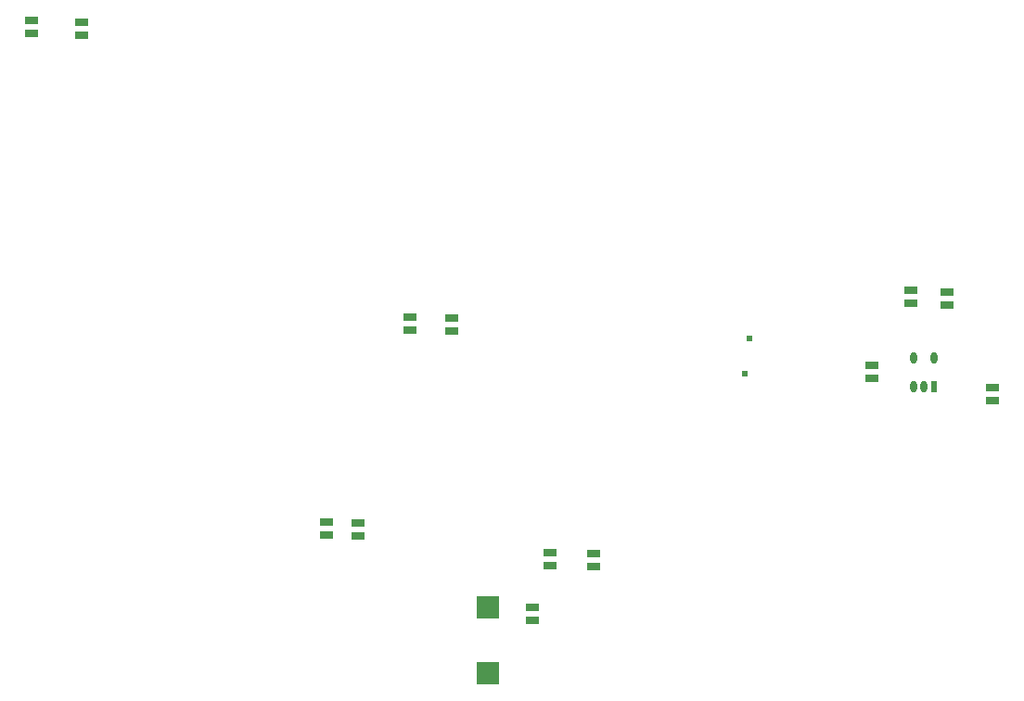
<source format=gbr>
%TF.GenerationSoftware,Altium Limited,Altium Designer,19.1.5 (86)*%
G04 Layer_Color=128*
%FSLAX45Y45*%
%MOMM*%
%TF.FileFunction,Paste,Bot*%
%TF.Part,Single*%
G01*
G75*
%TA.AperFunction,SMDPad,CuDef*%
%ADD10R,1.30000X0.70000*%
%ADD11R,2.00000X2.00000*%
%ADD12O,0.60000X1.10000*%
%ADD13R,0.60000X1.10000*%
%ADD14R,0.60000X0.50000*%
D10*
X12953999Y5152700D02*
D03*
Y5032700D02*
D03*
X8839200Y10379400D02*
D03*
Y10499400D02*
D03*
X8382000Y10392100D02*
D03*
Y10512100D02*
D03*
X16408400Y7928300D02*
D03*
Y8048300D02*
D03*
X17157700Y7162800D02*
D03*
Y7042800D02*
D03*
X16052800Y7242500D02*
D03*
Y7362500D02*
D03*
X16738600Y8035600D02*
D03*
Y7915600D02*
D03*
X11366500Y5923900D02*
D03*
Y5803900D02*
D03*
X11074400Y5930900D02*
D03*
Y5810900D02*
D03*
X11836400Y7687000D02*
D03*
Y7807000D02*
D03*
X12217400Y7677800D02*
D03*
Y7797800D02*
D03*
X13119099Y5651500D02*
D03*
Y5531500D02*
D03*
X13512801Y5648000D02*
D03*
Y5528000D02*
D03*
D11*
X12547600Y4551400D02*
D03*
Y5151400D02*
D03*
D12*
X16434300Y7429500D02*
D03*
X16624300D02*
D03*
X16434300Y7169500D02*
D03*
X16529300D02*
D03*
D13*
X16624300D02*
D03*
D14*
X14935201Y7607300D02*
D03*
X14897099Y7289800D02*
D03*
%TF.MD5,008a06c2ed8254400c8050c5f6054dd3*%
M02*

</source>
